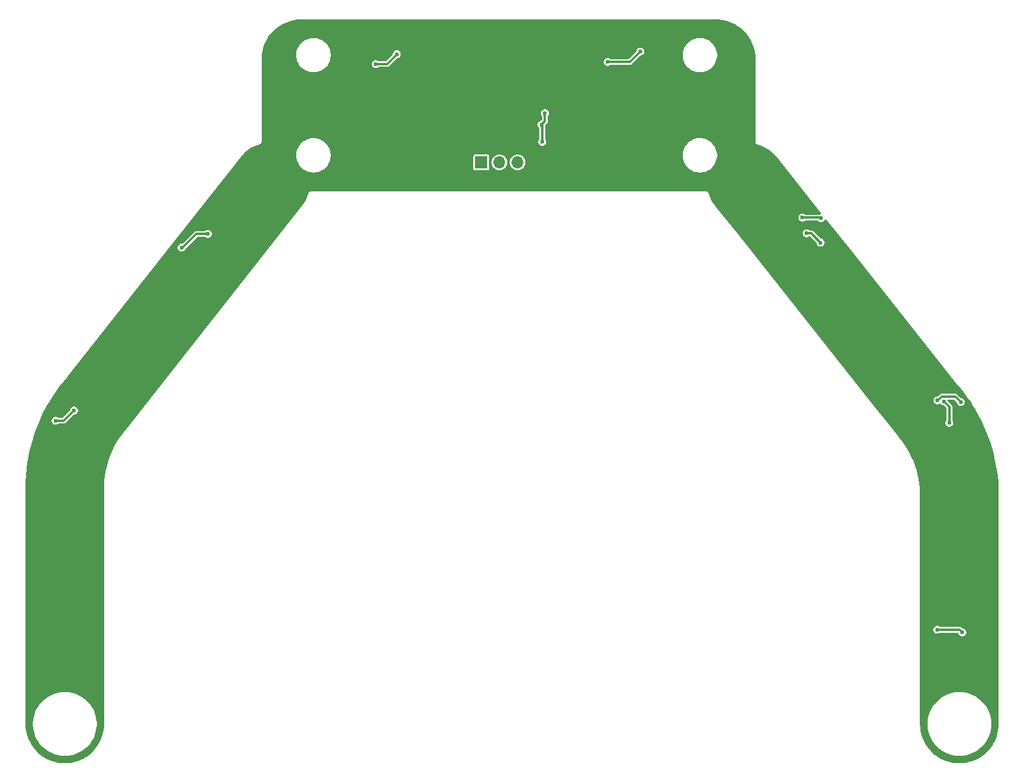
<source format=gbr>
%TF.GenerationSoftware,KiCad,Pcbnew,9.0.1*%
%TF.CreationDate,2025-05-06T09:48:18+02:00*%
%TF.ProjectId,lijnsensor V2,6c696a6e-7365-46e7-936f-722056322e6b,rev?*%
%TF.SameCoordinates,Original*%
%TF.FileFunction,Copper,L2,Bot*%
%TF.FilePolarity,Positive*%
%FSLAX46Y46*%
G04 Gerber Fmt 4.6, Leading zero omitted, Abs format (unit mm)*
G04 Created by KiCad (PCBNEW 9.0.1) date 2025-05-06 09:48:18*
%MOMM*%
%LPD*%
G01*
G04 APERTURE LIST*
%TA.AperFunction,ComponentPad*%
%ADD10R,1.700000X1.700000*%
%TD*%
%TA.AperFunction,ComponentPad*%
%ADD11O,1.700000X1.700000*%
%TD*%
%TA.AperFunction,ViaPad*%
%ADD12C,0.600000*%
%TD*%
%TA.AperFunction,ViaPad*%
%ADD13C,0.500000*%
%TD*%
%TA.AperFunction,Conductor*%
%ADD14C,0.300000*%
%TD*%
G04 APERTURE END LIST*
D10*
%TO.P,J1,1,Pin_1*%
%TO.N,+3.3V*%
X114200000Y-71500000D03*
D11*
%TO.P,J1,2,Pin_2*%
%TO.N,Net-(J1-Pin_2)*%
X116740000Y-71500000D03*
%TO.P,J1,3,Pin_3*%
%TO.N,Net-(J1-Pin_3)*%
X119280000Y-71500000D03*
%TO.P,J1,4,Pin_4*%
%TO.N,GND*%
X121820000Y-71500000D03*
%TD*%
D12*
%TO.N,Net-(U2-SC4)*%
X99437500Y-57737500D03*
X102387674Y-56365221D03*
%TO.N,Net-(U10-SCL)*%
X57288000Y-106174980D03*
X54725000Y-107600000D03*
%TO.N,GND*%
X70500000Y-87500000D03*
X181600000Y-110000000D03*
X158000000Y-87500000D03*
X173000000Y-110000000D03*
X88000000Y-52500000D03*
X115500000Y-52500000D03*
X145500000Y-62500000D03*
X121700000Y-68000000D03*
X110500000Y-62500000D03*
X68000000Y-100000000D03*
X60500000Y-100000000D03*
X113000000Y-70000000D03*
X122000000Y-62300000D03*
X138000000Y-57500000D03*
X163000000Y-84900000D03*
X123000000Y-55000000D03*
X55500000Y-115000000D03*
X130500000Y-67500000D03*
X102500000Y-58800000D03*
X175500000Y-107500000D03*
X130500000Y-75000000D03*
X145500000Y-75000000D03*
X55500000Y-145000000D03*
X180500000Y-120000000D03*
X128000000Y-75000000D03*
X183000000Y-135000000D03*
X60500000Y-135000000D03*
X105500000Y-57500000D03*
X118000000Y-69900000D03*
X57300000Y-109800000D03*
X105500000Y-67500000D03*
X98000000Y-62500000D03*
X182200000Y-109900000D03*
X137500000Y-58800000D03*
X88000000Y-60000000D03*
X113000000Y-62500000D03*
X133000000Y-65000000D03*
X65500000Y-95000000D03*
X140500000Y-52500000D03*
X185500000Y-145000000D03*
X88000000Y-72500000D03*
X60500000Y-110000000D03*
D13*
X83620000Y-69060000D03*
D12*
X138000000Y-70000000D03*
X55500000Y-132500000D03*
X75500000Y-82500000D03*
X135500000Y-67500000D03*
X93000000Y-75000000D03*
X85500000Y-60000000D03*
X75500000Y-83800000D03*
X56000000Y-141900000D03*
X103000000Y-67500000D03*
X115500000Y-70000000D03*
X120800000Y-55000000D03*
X118000000Y-75000000D03*
X105500000Y-75000000D03*
X140500000Y-62500000D03*
X60500000Y-140000000D03*
X170500000Y-100000000D03*
X185500000Y-132500000D03*
X118500000Y-70200000D03*
X105500000Y-65000000D03*
X180500000Y-135000000D03*
X133000000Y-67500000D03*
X125500000Y-75000000D03*
X98000000Y-72500000D03*
X105500000Y-70000000D03*
X130500000Y-52500000D03*
X164500000Y-84500000D03*
X180500000Y-130000000D03*
X63000000Y-95000000D03*
X185500000Y-112500000D03*
X60500000Y-117500000D03*
X185500000Y-122500000D03*
X93000000Y-55000000D03*
X138000000Y-72500000D03*
X70500000Y-90000000D03*
X123000000Y-75000000D03*
X185500000Y-147500000D03*
X168000000Y-90000000D03*
X182500000Y-109400000D03*
X125500000Y-52500000D03*
X65500000Y-105000000D03*
X163000000Y-92500000D03*
X125900000Y-67600000D03*
X138000000Y-55000000D03*
X108000000Y-55000000D03*
X110500000Y-70000000D03*
X83000000Y-75000000D03*
X120500000Y-72500000D03*
X183000000Y-110000000D03*
X118000000Y-70500000D03*
X136600000Y-60000000D03*
X100500000Y-62500000D03*
X168000000Y-102500000D03*
X168000000Y-97500000D03*
X105500000Y-52500000D03*
X57500000Y-109200000D03*
X133000000Y-52500000D03*
X175500000Y-97500000D03*
X100500000Y-72500000D03*
X170500000Y-102500000D03*
X158000000Y-82500000D03*
X95500000Y-67500000D03*
X98000000Y-70000000D03*
X170500000Y-92500000D03*
X128000000Y-65000000D03*
X140500000Y-72500000D03*
X128000000Y-62500000D03*
X63000000Y-97500000D03*
X183000000Y-107500000D03*
X125500000Y-62500000D03*
X68000000Y-90000000D03*
X108000000Y-65000000D03*
X95500000Y-72500000D03*
X80500000Y-77500000D03*
X145500000Y-60000000D03*
X110500000Y-55000000D03*
X182500000Y-108800000D03*
X108000000Y-70000000D03*
X103000000Y-52500000D03*
X78000000Y-82500000D03*
X123000000Y-70000000D03*
X80500000Y-80000000D03*
X137200000Y-59900000D03*
X63000000Y-105000000D03*
X173000000Y-102500000D03*
X126900000Y-69100000D03*
X163000000Y-95000000D03*
X55500000Y-155000000D03*
X83000000Y-77500000D03*
X80500000Y-87500000D03*
X120200000Y-55000000D03*
X103000000Y-75000000D03*
X110500000Y-67500000D03*
X55500000Y-127500000D03*
X185500000Y-142500000D03*
X98000000Y-60000000D03*
X183000000Y-140000000D03*
X128000000Y-67500000D03*
X114000000Y-60900000D03*
X143000000Y-75000000D03*
X95500000Y-62500000D03*
X55500000Y-125000000D03*
X133000000Y-70000000D03*
X178000000Y-142500000D03*
X85500000Y-65000000D03*
X185500000Y-130000000D03*
X160500000Y-92500000D03*
X185500000Y-120000000D03*
X137500000Y-59400000D03*
X60500000Y-152500000D03*
X130500000Y-70000000D03*
X150500000Y-62500000D03*
X121400000Y-55000000D03*
X103000000Y-60000000D03*
X185500000Y-140000000D03*
X185500000Y-127500000D03*
X153000000Y-82500000D03*
X180500000Y-115000000D03*
X55500000Y-117500000D03*
X135500000Y-75000000D03*
X165500000Y-85000000D03*
X175500000Y-115000000D03*
X120500000Y-70000000D03*
X56100000Y-109900000D03*
X173000000Y-95000000D03*
X143000000Y-62500000D03*
X60500000Y-147500000D03*
X165500000Y-97500000D03*
X182400000Y-141300000D03*
X153000000Y-75000000D03*
X180500000Y-110000000D03*
X57500000Y-141300000D03*
X164500000Y-83900000D03*
X135500000Y-70000000D03*
X95500000Y-60000000D03*
X118000000Y-52500000D03*
X178000000Y-145000000D03*
X140500000Y-55000000D03*
X180500000Y-145000000D03*
X125500000Y-55000000D03*
X160500000Y-90000000D03*
X178000000Y-100000000D03*
X125500000Y-72500000D03*
X125500000Y-65000000D03*
X138000000Y-60000000D03*
X78000000Y-80000000D03*
X74600000Y-85000000D03*
X181600000Y-142000000D03*
X65500000Y-92500000D03*
X70500000Y-97500000D03*
X103000000Y-70000000D03*
X133000000Y-75000000D03*
X60500000Y-127500000D03*
X113000000Y-67500000D03*
X155500000Y-80000000D03*
X74000000Y-84900000D03*
X148000000Y-70000000D03*
X53000000Y-145000000D03*
X60500000Y-137500000D03*
X158000000Y-90000000D03*
X148000000Y-72500000D03*
X150500000Y-80000000D03*
X70500000Y-100000000D03*
X68000000Y-102500000D03*
X60500000Y-115000000D03*
X128000000Y-70000000D03*
X185500000Y-117500000D03*
X180500000Y-142500000D03*
X122000000Y-55000000D03*
D13*
X76540000Y-76300000D03*
D12*
X95500000Y-75000000D03*
X158000000Y-80000000D03*
X123900000Y-64100000D03*
X165500000Y-95000000D03*
X95500000Y-52500000D03*
X148000000Y-52500000D03*
X110500000Y-72500000D03*
X108000000Y-62500000D03*
X180500000Y-127500000D03*
X130500000Y-55000000D03*
X140500000Y-60000000D03*
X119600000Y-55600000D03*
X110500000Y-52500000D03*
X60500000Y-112500000D03*
X155500000Y-87500000D03*
X183000000Y-112500000D03*
X138000000Y-62500000D03*
X183000000Y-127500000D03*
X90500000Y-60000000D03*
X179800000Y-140400000D03*
X148000000Y-62500000D03*
X102200000Y-60000000D03*
X60500000Y-120000000D03*
X155500000Y-77500000D03*
X101600000Y-60000000D03*
X183000000Y-142500000D03*
X180500000Y-122500000D03*
X113000000Y-75000000D03*
X78000000Y-90000000D03*
X68000000Y-92500000D03*
X168000000Y-100000000D03*
X181000000Y-141900000D03*
X165500000Y-87500000D03*
X88000000Y-75000000D03*
X123000000Y-52500000D03*
X117500000Y-69600000D03*
X118000000Y-69300000D03*
X123000000Y-72500000D03*
X140500000Y-75000000D03*
X98000000Y-55000000D03*
X135500000Y-52500000D03*
X173000000Y-105000000D03*
X116200000Y-60900000D03*
X148000000Y-77500000D03*
X180500000Y-112500000D03*
X60500000Y-130000000D03*
X128000000Y-52500000D03*
X175500000Y-112500000D03*
X65500000Y-102500000D03*
X57200000Y-141900000D03*
X119600000Y-56200000D03*
X115500000Y-55000000D03*
X113000000Y-55000000D03*
X108000000Y-67500000D03*
X103000000Y-55000000D03*
X185500000Y-115000000D03*
X143000000Y-52500000D03*
X118500000Y-69600000D03*
X55500000Y-130000000D03*
X140500000Y-70000000D03*
X110500000Y-75000000D03*
X138000000Y-75000000D03*
X85500000Y-75000000D03*
X175500000Y-110000000D03*
X88000000Y-55000000D03*
X113000000Y-52500000D03*
X138000000Y-52500000D03*
X56600000Y-142000000D03*
X85500000Y-55000000D03*
X60500000Y-107500000D03*
X73000000Y-87500000D03*
X183000000Y-145000000D03*
X98000000Y-52500000D03*
X182200000Y-141900000D03*
X53000000Y-137500000D03*
X55500000Y-135000000D03*
X128000000Y-55000000D03*
X98000000Y-75000000D03*
X58000000Y-145000000D03*
X183000000Y-125000000D03*
X118000000Y-72500000D03*
X93000000Y-62500000D03*
X58000000Y-102500000D03*
X164200000Y-85000000D03*
X185500000Y-135000000D03*
X90500000Y-52500000D03*
X108000000Y-75000000D03*
X95500000Y-55000000D03*
X105500000Y-72500000D03*
X150500000Y-55000000D03*
X73000000Y-85000000D03*
X128000000Y-72500000D03*
X93000000Y-67500000D03*
X120500000Y-52500000D03*
X163600000Y-85000000D03*
X60500000Y-132500000D03*
X148000000Y-75000000D03*
X75500000Y-84400000D03*
X100500000Y-52500000D03*
X153000000Y-77500000D03*
X88000000Y-62500000D03*
X60500000Y-125000000D03*
X57500000Y-140700000D03*
X148000000Y-60000000D03*
X55500000Y-112500000D03*
X183000000Y-117500000D03*
X150500000Y-60000000D03*
X185500000Y-137500000D03*
X103000000Y-72500000D03*
X55500000Y-120000000D03*
X85500000Y-62500000D03*
X55500000Y-122500000D03*
X173000000Y-107500000D03*
X117500000Y-70200000D03*
X60500000Y-122500000D03*
X180500000Y-125000000D03*
X143000000Y-60000000D03*
X135500000Y-72500000D03*
X100500000Y-60000000D03*
X130500000Y-72500000D03*
X119600000Y-62200000D03*
X180500000Y-117500000D03*
X75200000Y-84900000D03*
X183000000Y-132500000D03*
X183000000Y-122500000D03*
X185500000Y-125000000D03*
X123800000Y-67700000D03*
X182500000Y-140700000D03*
X120500000Y-75000000D03*
X140500000Y-57500000D03*
X183000000Y-130000000D03*
X73000000Y-95000000D03*
X55500000Y-110000000D03*
X113000000Y-65000000D03*
X155500000Y-85000000D03*
X57500000Y-108600000D03*
X85500000Y-77500000D03*
X170500000Y-105000000D03*
X115500000Y-75000000D03*
X75500000Y-92500000D03*
X175500000Y-105000000D03*
X100500000Y-75000000D03*
X108000000Y-52500000D03*
X110500000Y-65000000D03*
X60500000Y-145000000D03*
X102400000Y-59400000D03*
X133000000Y-55000000D03*
X133000000Y-72500000D03*
X130500000Y-65000000D03*
X108000000Y-72500000D03*
X103000000Y-57500000D03*
X56700000Y-110000000D03*
X73000000Y-97500000D03*
X125500000Y-70000000D03*
X60500000Y-142500000D03*
X145500000Y-52500000D03*
X100500000Y-70000000D03*
X93000000Y-52500000D03*
X183000000Y-120000000D03*
X127800000Y-68200000D03*
X180500000Y-132500000D03*
X122000000Y-55600000D03*
X183000000Y-137500000D03*
X85500000Y-57500000D03*
X63000000Y-107500000D03*
X119600000Y-55000000D03*
X130500000Y-62500000D03*
X183000000Y-115000000D03*
X148000000Y-57500000D03*
X105500000Y-55000000D03*
X165500000Y-100000000D03*
X63000000Y-110000000D03*
X136000000Y-59800000D03*
X53000000Y-142500000D03*
X150500000Y-65000000D03*
%TO.N,Net-(U2-SC1)*%
X179600000Y-107900000D03*
X178821814Y-104878186D03*
%TO.N,Net-(U2-SC2)*%
X161600000Y-82700000D03*
X159660000Y-81400000D03*
%TO.N,+3.3V*%
X123100000Y-64599000D03*
X122700000Y-68600000D03*
X122600000Y-66200000D03*
%TO.N,Net-(U2-SC5)*%
X72327387Y-83407387D03*
X76000000Y-81500000D03*
%TO.N,Net-(U2-SD1)*%
X181200000Y-105000000D03*
X177930771Y-104750011D03*
%TO.N,Net-(U2-SD0)*%
X181400000Y-137200000D03*
X177915380Y-136834620D03*
%TO.N,Net-(U2-SD2)*%
X159050000Y-79214430D03*
X161675000Y-79290589D03*
%TO.N,Net-(U2-SD3)*%
X131859380Y-57440620D03*
X136400000Y-56000000D03*
%TD*%
D14*
%TO.N,Net-(U2-SC4)*%
X99437500Y-57737500D02*
X101015395Y-57737500D01*
X101015395Y-57737500D02*
X102387674Y-56365221D01*
%TO.N,Net-(U10-SCL)*%
X55862980Y-107600000D02*
X57288000Y-106174980D01*
X54725000Y-107600000D02*
X55862980Y-107600000D01*
%TO.N,Net-(U2-SC1)*%
X178821814Y-104878186D02*
X179600000Y-105656372D01*
X179600000Y-105656372D02*
X179600000Y-107900000D01*
%TO.N,Net-(U2-SC2)*%
X160356346Y-81456346D02*
X161600000Y-82700000D01*
X160300000Y-81400000D02*
X161600000Y-82700000D01*
X159660000Y-81400000D02*
X160300000Y-81400000D01*
%TO.N,+3.3V*%
X123100000Y-65700000D02*
X122600000Y-66200000D01*
X123100000Y-64599000D02*
X123100000Y-65700000D01*
X122700000Y-66300000D02*
X122600000Y-66200000D01*
X122700000Y-68600000D02*
X122700000Y-66300000D01*
%TO.N,Net-(U2-SC5)*%
X74371173Y-81500000D02*
X76000000Y-81500000D01*
X72417417Y-83317357D02*
X72553816Y-83317357D01*
X72327387Y-83407387D02*
X72417417Y-83317357D01*
X72553816Y-83317357D02*
X74371173Y-81500000D01*
%TO.N,Net-(U2-SD1)*%
X178000000Y-104779346D02*
X178552160Y-104227186D01*
X177960106Y-104779346D02*
X178000000Y-104779346D01*
X178552160Y-104227186D02*
X180427186Y-104227186D01*
X180427186Y-104227186D02*
X181200000Y-105000000D01*
X177930771Y-104750011D02*
X177960106Y-104779346D01*
%TO.N,Net-(U2-SD0)*%
X177915380Y-136834620D02*
X181034620Y-136834620D01*
X181034620Y-136834620D02*
X181400000Y-137200000D01*
%TO.N,Net-(U2-SD2)*%
X159050000Y-79214430D02*
X159054810Y-79209620D01*
X161594031Y-79209620D02*
X161675000Y-79290589D01*
X159054810Y-79209620D02*
X161594031Y-79209620D01*
%TO.N,Net-(U2-SD3)*%
X131859380Y-57440620D02*
X134959380Y-57440620D01*
X134959380Y-57440620D02*
X136400000Y-56000000D01*
%TD*%
%TA.AperFunction,Conductor*%
%TO.N,GND*%
G36*
X147002562Y-51500605D02*
G01*
X147449036Y-51519072D01*
X147459209Y-51519915D01*
X147900114Y-51574873D01*
X147910194Y-51576555D01*
X148345042Y-51667733D01*
X148354950Y-51670242D01*
X148780786Y-51797019D01*
X148790454Y-51800338D01*
X149131430Y-51933388D01*
X149204339Y-51961838D01*
X149213724Y-51965954D01*
X149612869Y-52161083D01*
X149621877Y-52165958D01*
X150003544Y-52393383D01*
X150012123Y-52398989D01*
X150373693Y-52657144D01*
X150381775Y-52663435D01*
X150720796Y-52950571D01*
X150728336Y-52957512D01*
X151042487Y-53271663D01*
X151049428Y-53279203D01*
X151336564Y-53618224D01*
X151342859Y-53626312D01*
X151601010Y-53987876D01*
X151606616Y-53996455D01*
X151834041Y-54378122D01*
X151838919Y-54387136D01*
X152034045Y-54786275D01*
X152038161Y-54795660D01*
X152199656Y-55209533D01*
X152202984Y-55219226D01*
X152329753Y-55645036D01*
X152332269Y-55654971D01*
X152423441Y-56089791D01*
X152425128Y-56099900D01*
X152480082Y-56540769D01*
X152480928Y-56550983D01*
X152499394Y-56997437D01*
X152499500Y-57002561D01*
X152499500Y-68511327D01*
X152497519Y-68568532D01*
X152499500Y-68577101D01*
X152499500Y-68585895D01*
X152513755Y-68639097D01*
X152514793Y-68643258D01*
X152527199Y-68696924D01*
X152530050Y-68704540D01*
X152529613Y-68704703D01*
X152530069Y-68705860D01*
X152530500Y-68705682D01*
X152533609Y-68713189D01*
X152561152Y-68760895D01*
X152562235Y-68762771D01*
X152589105Y-68813270D01*
X152595097Y-68819692D01*
X152599494Y-68827307D01*
X152599501Y-68827315D01*
X152638448Y-68866262D01*
X152641430Y-68869349D01*
X152679010Y-68909625D01*
X152686468Y-68914282D01*
X152692686Y-68920500D01*
X152742251Y-68949116D01*
X152744051Y-68950240D01*
X152744052Y-68950241D01*
X152759171Y-68959682D01*
X152790790Y-68979427D01*
X152790793Y-68979428D01*
X152790904Y-68979479D01*
X152799363Y-68982090D01*
X152806814Y-68986392D01*
X152855967Y-68999561D01*
X152858184Y-69000246D01*
X152858402Y-69000390D01*
X152861943Y-69001472D01*
X153212733Y-69122168D01*
X153220814Y-69125268D01*
X153566238Y-69271846D01*
X153574081Y-69275502D01*
X153908436Y-69445867D01*
X153915991Y-69450055D01*
X154132064Y-69579921D01*
X154237623Y-69643365D01*
X154244878Y-69648078D01*
X154552231Y-69863400D01*
X154559093Y-69868575D01*
X154850658Y-70104854D01*
X154857188Y-70110536D01*
X155131491Y-70366573D01*
X155137605Y-70372693D01*
X155310914Y-70558768D01*
X155388734Y-70642320D01*
X155395146Y-70649777D01*
X161657994Y-78545827D01*
X161669312Y-78573763D01*
X161682842Y-78600699D01*
X161682299Y-78605814D01*
X161684231Y-78610583D01*
X161678649Y-78640204D01*
X161675469Y-78670178D01*
X161672246Y-78674188D01*
X161671294Y-78679244D01*
X161650585Y-78701144D01*
X161631703Y-78724642D01*
X161625749Y-78727408D01*
X161623289Y-78730011D01*
X161600164Y-78740484D01*
X161596585Y-78741680D01*
X161462515Y-78777605D01*
X161425876Y-78798758D01*
X161414025Y-78802721D01*
X161396104Y-78803385D01*
X161374704Y-78809120D01*
X159474576Y-78809120D01*
X159407537Y-78789435D01*
X159393683Y-78778271D01*
X159388011Y-78773918D01*
X159262488Y-78701447D01*
X159262489Y-78701447D01*
X159251006Y-78698370D01*
X159122475Y-78663930D01*
X158977525Y-78663930D01*
X158848993Y-78698370D01*
X158837511Y-78701447D01*
X158711988Y-78773918D01*
X158711982Y-78773923D01*
X158609493Y-78876412D01*
X158609488Y-78876418D01*
X158537017Y-79001941D01*
X158537016Y-79001945D01*
X158499500Y-79141955D01*
X158499500Y-79286905D01*
X158519907Y-79363064D01*
X158537017Y-79426918D01*
X158609488Y-79552441D01*
X158609490Y-79552443D01*
X158609491Y-79552445D01*
X158711985Y-79654939D01*
X158711986Y-79654940D01*
X158711988Y-79654941D01*
X158837511Y-79727412D01*
X158837512Y-79727412D01*
X158837515Y-79727414D01*
X158977525Y-79764930D01*
X158977528Y-79764930D01*
X159122472Y-79764930D01*
X159122475Y-79764930D01*
X159262485Y-79727414D01*
X159388015Y-79654939D01*
X159396515Y-79646439D01*
X159457838Y-79612954D01*
X159484196Y-79610120D01*
X161164644Y-79610120D01*
X161231683Y-79629805D01*
X161252325Y-79646438D01*
X161336985Y-79731098D01*
X161336987Y-79731099D01*
X161336988Y-79731100D01*
X161462511Y-79803571D01*
X161462512Y-79803571D01*
X161462515Y-79803573D01*
X161602525Y-79841089D01*
X161602528Y-79841089D01*
X161747472Y-79841089D01*
X161747475Y-79841089D01*
X161887485Y-79803573D01*
X162013015Y-79731098D01*
X162115509Y-79628604D01*
X162141653Y-79583320D01*
X162192048Y-79496036D01*
X162194464Y-79497430D01*
X162229752Y-79453608D01*
X162296038Y-79431519D01*
X162363744Y-79448773D01*
X162397661Y-79478382D01*
X165950635Y-83957887D01*
X180568392Y-102387610D01*
X180574338Y-102399569D01*
X180609227Y-102439095D01*
X180611257Y-102441655D01*
X180611261Y-102441659D01*
X180641994Y-102480405D01*
X180641998Y-102480408D01*
X180647830Y-102486056D01*
X180647506Y-102486389D01*
X180658360Y-102496555D01*
X181195388Y-103128813D01*
X181198371Y-103132463D01*
X181567731Y-103602458D01*
X181748113Y-103831987D01*
X181750957Y-103835752D01*
X182273644Y-104555634D01*
X182276344Y-104559505D01*
X182372501Y-104703134D01*
X182713638Y-105212688D01*
X182771281Y-105298788D01*
X182773828Y-105302754D01*
X182858646Y-105440511D01*
X183240257Y-106060305D01*
X183242655Y-106064370D01*
X183679939Y-106839155D01*
X183682180Y-106843309D01*
X184089652Y-107634147D01*
X184091733Y-107638382D01*
X184468818Y-108444153D01*
X184470737Y-108448465D01*
X184816891Y-109268011D01*
X184818644Y-109272392D01*
X185133365Y-110104525D01*
X185134950Y-110108971D01*
X185417769Y-110952448D01*
X185419183Y-110956948D01*
X185446067Y-111048553D01*
X185669705Y-111810590D01*
X185670948Y-111815143D01*
X185888810Y-112677717D01*
X185889878Y-112682313D01*
X186074755Y-113552529D01*
X186075648Y-113557164D01*
X186227282Y-114433812D01*
X186227997Y-114438476D01*
X186346158Y-115320219D01*
X186346696Y-115324908D01*
X186431221Y-116210533D01*
X186431580Y-116215238D01*
X186482344Y-117103427D01*
X186482524Y-117108143D01*
X186487330Y-117360636D01*
X186499478Y-117998932D01*
X186499500Y-118001219D01*
X186499500Y-149997438D01*
X186499394Y-150002562D01*
X186480928Y-150449016D01*
X186480082Y-150459230D01*
X186425128Y-150900099D01*
X186423441Y-150910208D01*
X186332269Y-151345028D01*
X186329753Y-151354963D01*
X186202984Y-151780773D01*
X186199656Y-151790466D01*
X186038161Y-152204339D01*
X186034045Y-152213724D01*
X185838919Y-152612863D01*
X185834041Y-152621877D01*
X185606616Y-153003544D01*
X185601010Y-153012123D01*
X185342859Y-153373687D01*
X185336564Y-153381775D01*
X185049428Y-153720796D01*
X185042487Y-153728336D01*
X184728336Y-154042487D01*
X184720796Y-154049428D01*
X184381775Y-154336564D01*
X184373687Y-154342859D01*
X184012123Y-154601010D01*
X184003544Y-154606616D01*
X183621877Y-154834041D01*
X183612863Y-154838919D01*
X183213724Y-155034045D01*
X183204339Y-155038161D01*
X182790466Y-155199656D01*
X182780773Y-155202984D01*
X182354963Y-155329753D01*
X182345028Y-155332269D01*
X181910208Y-155423441D01*
X181900099Y-155425128D01*
X181459230Y-155480082D01*
X181449016Y-155480928D01*
X181005124Y-155499288D01*
X180994876Y-155499288D01*
X180550983Y-155480928D01*
X180540769Y-155480082D01*
X180099900Y-155425128D01*
X180089791Y-155423441D01*
X179654971Y-155332269D01*
X179645036Y-155329753D01*
X179219226Y-155202984D01*
X179209533Y-155199656D01*
X178795660Y-155038161D01*
X178786275Y-155034045D01*
X178387136Y-154838919D01*
X178378122Y-154834041D01*
X177996455Y-154606616D01*
X177987876Y-154601010D01*
X177626312Y-154342859D01*
X177618224Y-154336564D01*
X177279203Y-154049428D01*
X177271663Y-154042487D01*
X176957512Y-153728336D01*
X176950571Y-153720796D01*
X176663435Y-153381775D01*
X176657140Y-153373687D01*
X176593375Y-153284379D01*
X176398989Y-153012123D01*
X176393383Y-153003544D01*
X176351561Y-152933359D01*
X176165955Y-152621872D01*
X176161080Y-152612863D01*
X175965954Y-152213724D01*
X175961838Y-152204339D01*
X175904327Y-152056952D01*
X175800338Y-151790454D01*
X175797019Y-151780786D01*
X175670242Y-151354950D01*
X175667733Y-151345042D01*
X175576555Y-150910194D01*
X175574873Y-150900114D01*
X175519915Y-150459209D01*
X175519072Y-150449036D01*
X175500606Y-150002562D01*
X175500500Y-149997438D01*
X175500500Y-149805683D01*
X176549500Y-149805683D01*
X176549500Y-150194316D01*
X176583371Y-150581462D01*
X176583371Y-150581466D01*
X176650853Y-150964172D01*
X176650857Y-150964189D01*
X176751435Y-151339555D01*
X176884362Y-151704768D01*
X177048587Y-152056952D01*
X177048600Y-152056976D01*
X177242905Y-152393521D01*
X177242914Y-152393536D01*
X177465821Y-152711880D01*
X177656358Y-152938952D01*
X177715621Y-153009579D01*
X177990421Y-153284379D01*
X178096361Y-153373273D01*
X178288119Y-153534178D01*
X178288125Y-153534182D01*
X178288126Y-153534183D01*
X178606470Y-153757090D01*
X178921894Y-153939200D01*
X178943023Y-153951399D01*
X178943047Y-153951412D01*
X179295231Y-154115637D01*
X179295236Y-154115638D01*
X179295245Y-154115643D01*
X179660434Y-154248561D01*
X179660440Y-154248562D01*
X179660444Y-154248564D01*
X179762666Y-154275954D01*
X180035818Y-154349145D01*
X180418540Y-154416629D01*
X180805685Y-154450499D01*
X180805686Y-154450500D01*
X180805687Y-154450500D01*
X181194314Y-154450500D01*
X181194314Y-154450499D01*
X181581460Y-154416629D01*
X181964182Y-154349145D01*
X182339566Y-154248561D01*
X182704755Y-154115643D01*
X182704768Y-154115637D01*
X183056952Y-153951412D01*
X183056960Y-153951407D01*
X183056970Y-153951403D01*
X183393530Y-153757090D01*
X183711874Y-153534183D01*
X184009579Y-153284379D01*
X184284379Y-153009579D01*
X184534183Y-152711874D01*
X184757090Y-152393530D01*
X184951403Y-152056970D01*
X184951407Y-152056960D01*
X184951412Y-152056952D01*
X185115637Y-151704768D01*
X185115637Y-151704767D01*
X185115643Y-151704755D01*
X185248561Y-151339566D01*
X185349145Y-150964182D01*
X185416629Y-150581460D01*
X185450500Y-150194313D01*
X185450500Y-149805687D01*
X185416629Y-149418540D01*
X185349145Y-149035818D01*
X185248561Y-148660434D01*
X185115643Y-148295245D01*
X185115638Y-148295236D01*
X185115637Y-148295231D01*
X184951412Y-147943047D01*
X184951399Y-147943023D01*
X184939200Y-147921894D01*
X184757090Y-147606470D01*
X184534183Y-147288126D01*
X184534182Y-147288125D01*
X184534178Y-147288119D01*
X184284376Y-146990418D01*
X184009581Y-146715623D01*
X183711880Y-146465821D01*
X183393536Y-146242914D01*
X183393533Y-146242912D01*
X183393530Y-146242910D01*
X183293538Y-146185179D01*
X183056976Y-146048600D01*
X183056952Y-146048587D01*
X182704768Y-145884362D01*
X182704757Y-145884358D01*
X182704755Y-145884357D01*
X182339566Y-145751439D01*
X182339565Y-145751438D01*
X182339555Y-145751435D01*
X181964189Y-145650857D01*
X181964192Y-145650857D01*
X181964182Y-145650855D01*
X181964176Y-145650853D01*
X181964172Y-145650853D01*
X181581464Y-145583371D01*
X181194316Y-145549500D01*
X181194313Y-145549500D01*
X180805687Y-145549500D01*
X180805683Y-145549500D01*
X180418537Y-145583371D01*
X180418533Y-145583371D01*
X180035827Y-145650853D01*
X180035810Y-145650857D01*
X179660444Y-145751435D01*
X179295231Y-145884362D01*
X178943047Y-146048587D01*
X178943023Y-146048600D01*
X178606478Y-146242905D01*
X178606463Y-146242914D01*
X178288119Y-146465821D01*
X177990418Y-146715623D01*
X177715623Y-146990418D01*
X177465821Y-147288119D01*
X177242914Y-147606463D01*
X177242905Y-147606478D01*
X177048600Y-147943023D01*
X177048587Y-147943047D01*
X176884362Y-148295231D01*
X176751435Y-148660444D01*
X176650857Y-149035810D01*
X176650853Y-149035827D01*
X176583371Y-149418533D01*
X176583371Y-149418537D01*
X176549500Y-149805683D01*
X175500500Y-149805683D01*
X175500500Y-136762145D01*
X177364880Y-136762145D01*
X177364880Y-136907095D01*
X177386428Y-136987511D01*
X177402397Y-137047108D01*
X177474868Y-137172631D01*
X177474870Y-137172633D01*
X177474871Y-137172635D01*
X177577365Y-137275129D01*
X177577366Y-137275130D01*
X177577368Y-137275131D01*
X177702891Y-137347602D01*
X177702892Y-137347602D01*
X177702895Y-137347604D01*
X177842905Y-137385120D01*
X177842908Y-137385120D01*
X177987852Y-137385120D01*
X177987855Y-137385120D01*
X178127865Y-137347604D01*
X178253395Y-137275129D01*
X178257085Y-137271439D01*
X178318408Y-137237954D01*
X178344766Y-137235120D01*
X180744343Y-137235120D01*
X180811382Y-137254805D01*
X180857137Y-137307609D01*
X180864115Y-137327019D01*
X180887016Y-137412485D01*
X180887017Y-137412487D01*
X180887017Y-137412488D01*
X180959488Y-137538011D01*
X180959490Y-137538013D01*
X180959491Y-137538015D01*
X181061985Y-137640509D01*
X181061986Y-137640510D01*
X181061988Y-137640511D01*
X181187511Y-137712982D01*
X181187512Y-137712982D01*
X181187515Y-137712984D01*
X181327525Y-137750500D01*
X181327528Y-137750500D01*
X181472472Y-137750500D01*
X181472475Y-137750500D01*
X181612485Y-137712984D01*
X181738015Y-137640509D01*
X181840509Y-137538015D01*
X181912984Y-137412485D01*
X181950500Y-137272475D01*
X181950500Y-137127525D01*
X181912984Y-136987515D01*
X181866553Y-136907095D01*
X181840511Y-136861988D01*
X181840506Y-136861982D01*
X181738017Y-136759493D01*
X181738011Y-136759488D01*
X181612488Y-136687017D01*
X181612489Y-136687017D01*
X181601006Y-136683940D01*
X181472475Y-136649500D01*
X181472472Y-136649500D01*
X181467255Y-136649500D01*
X181400216Y-136629815D01*
X181379574Y-136613181D01*
X181280535Y-136514142D01*
X181280533Y-136514140D01*
X181234870Y-136487776D01*
X181189209Y-136461413D01*
X181138277Y-136447766D01*
X181087347Y-136434120D01*
X181087346Y-136434120D01*
X178344766Y-136434120D01*
X178277727Y-136414435D01*
X178257085Y-136397801D01*
X178253397Y-136394113D01*
X178253391Y-136394108D01*
X178127868Y-136321637D01*
X178127869Y-136321637D01*
X178116386Y-136318560D01*
X177987855Y-136284120D01*
X177842905Y-136284120D01*
X177714373Y-136318560D01*
X177702891Y-136321637D01*
X177577368Y-136394108D01*
X177577362Y-136394113D01*
X177474873Y-136496602D01*
X177474868Y-136496608D01*
X177402397Y-136622131D01*
X177402396Y-136622135D01*
X177364880Y-136762145D01*
X175500500Y-136762145D01*
X175500500Y-117926248D01*
X175500493Y-117926144D01*
X175500475Y-117677088D01*
X175500475Y-117677075D01*
X175467128Y-117032086D01*
X175400525Y-116389679D01*
X175300841Y-115751568D01*
X175168344Y-115119454D01*
X175003387Y-114495025D01*
X174806409Y-113879946D01*
X174577937Y-113275857D01*
X174501492Y-113101519D01*
X174318586Y-112684386D01*
X174318571Y-112684355D01*
X174029027Y-112107061D01*
X173788935Y-111684354D01*
X173710056Y-111545478D01*
X173362513Y-111001109D01*
X172987328Y-110475411D01*
X172585500Y-109969786D01*
X172382738Y-109740040D01*
X172378548Y-109735033D01*
X172128911Y-109420147D01*
X168369044Y-104677536D01*
X177380271Y-104677536D01*
X177380271Y-104822486D01*
X177408417Y-104927527D01*
X177417788Y-104962499D01*
X177490259Y-105088022D01*
X177490261Y-105088024D01*
X177490262Y-105088026D01*
X177592756Y-105190520D01*
X177592757Y-105190521D01*
X177592759Y-105190522D01*
X177718282Y-105262993D01*
X177718283Y-105262993D01*
X177718286Y-105262995D01*
X177858296Y-105300511D01*
X177858299Y-105300511D01*
X178003243Y-105300511D01*
X178003246Y-105300511D01*
X178143256Y-105262995D01*
X178241439Y-105206308D01*
X178309337Y-105189836D01*
X178375364Y-105212688D01*
X178391119Y-105226015D01*
X178483799Y-105318695D01*
X178483800Y-105318696D01*
X178483802Y-105318697D01*
X178609325Y-105391168D01*
X178609326Y-105391168D01*
X178609329Y-105391170D01*
X178749339Y-105428686D01*
X178754559Y-105428686D01*
X178821598Y-105448371D01*
X178842240Y-105465005D01*
X179163181Y-105785946D01*
X179196666Y-105847269D01*
X179199500Y-105873627D01*
X179199500Y-107470614D01*
X179179815Y-107537653D01*
X179163181Y-107558295D01*
X179159493Y-107561982D01*
X179159488Y-107561988D01*
X179087017Y-107687511D01*
X179087016Y-107687515D01*
X179049500Y-107827525D01*
X179049500Y-107972475D01*
X179087016Y-108112485D01*
X179087017Y-108112488D01*
X179159488Y-108238011D01*
X179159490Y-108238013D01*
X179159491Y-108238015D01*
X179261985Y-108340509D01*
X179261986Y-108340510D01*
X179261988Y-108340511D01*
X179387511Y-108412982D01*
X179387512Y-108412982D01*
X179387515Y-108412984D01*
X179527525Y-108450500D01*
X179527528Y-108450500D01*
X179672472Y-108450500D01*
X179672475Y-108450500D01*
X179812485Y-108412984D01*
X179938015Y-108340509D01*
X180040509Y-108238015D01*
X180112984Y-108112485D01*
X180150500Y-107972475D01*
X180150500Y-107827525D01*
X180112984Y-107687515D01*
X180070135Y-107613299D01*
X180040511Y-107561988D01*
X180040506Y-107561982D01*
X180036819Y-107558295D01*
X180003334Y-107496972D01*
X180000500Y-107470614D01*
X180000500Y-105603647D01*
X180000500Y-105603645D01*
X179973207Y-105501785D01*
X179973207Y-105501784D01*
X179920480Y-105410459D01*
X179408633Y-104898612D01*
X179375148Y-104837289D01*
X179374078Y-104831774D01*
X179372314Y-104821428D01*
X179372314Y-104805711D01*
X179364944Y-104778206D01*
X179363976Y-104772529D01*
X179367400Y-104743322D01*
X179368100Y-104713929D01*
X179371421Y-104709021D01*
X179372112Y-104703134D01*
X179390783Y-104680414D01*
X179407263Y-104656067D01*
X179412710Y-104653734D01*
X179416474Y-104649155D01*
X179444462Y-104640137D01*
X179471491Y-104628563D01*
X179482403Y-104627912D01*
X179482977Y-104627728D01*
X179483440Y-104627851D01*
X179486212Y-104627686D01*
X180209931Y-104627686D01*
X180276970Y-104647371D01*
X180297612Y-104664005D01*
X180613181Y-104979574D01*
X180646666Y-105040897D01*
X180649500Y-105067255D01*
X180649500Y-105072475D01*
X180681131Y-105190522D01*
X180687017Y-105212488D01*
X180759488Y-105338011D01*
X180759490Y-105338013D01*
X180759491Y-105338015D01*
X180861985Y-105440509D01*
X180861986Y-105440510D01*
X180861988Y-105440511D01*
X180987511Y-105512982D01*
X180987512Y-105512982D01*
X180987515Y-105512984D01*
X181127525Y-105550500D01*
X181127528Y-105550500D01*
X181272472Y-105550500D01*
X181272475Y-105550500D01*
X181412485Y-105512984D01*
X181538015Y-105440509D01*
X181640509Y-105338015D01*
X181712984Y-105212485D01*
X181750500Y-105072475D01*
X181750500Y-104927525D01*
X181712984Y-104787515D01*
X181667665Y-104709021D01*
X181640511Y-104661988D01*
X181640506Y-104661982D01*
X181538017Y-104559493D01*
X181538011Y-104559488D01*
X181412488Y-104487017D01*
X181412489Y-104487017D01*
X181401006Y-104483940D01*
X181272475Y-104449500D01*
X181272472Y-104449500D01*
X181267255Y-104449500D01*
X181200216Y-104429815D01*
X181179574Y-104413181D01*
X180673101Y-103906708D01*
X180673099Y-103906706D01*
X180627436Y-103880342D01*
X180581775Y-103853979D01*
X180513748Y-103835752D01*
X180479913Y-103826686D01*
X178604887Y-103826686D01*
X178499433Y-103826686D01*
X178397570Y-103853979D01*
X178306247Y-103906706D01*
X178306244Y-103906708D01*
X178049760Y-104163192D01*
X177988437Y-104196677D01*
X177962079Y-104199511D01*
X177858296Y-104199511D01*
X177729764Y-104233951D01*
X177718282Y-104237028D01*
X177592759Y-104309499D01*
X177592753Y-104309504D01*
X177490264Y-104411993D01*
X177490259Y-104411999D01*
X177417788Y-104537522D01*
X177417787Y-104537526D01*
X177380271Y-104677536D01*
X168369044Y-104677536D01*
X149857524Y-81327525D01*
X159109500Y-81327525D01*
X159109500Y-81472475D01*
X159147016Y-81612485D01*
X159147017Y-81612488D01*
X159219488Y-81738011D01*
X159219490Y-81738013D01*
X159219491Y-81738015D01*
X159321985Y-81840509D01*
X159321986Y-81840510D01*
X159321988Y-81840511D01*
X159447511Y-81912982D01*
X159447512Y-81912982D01*
X159447515Y-81912984D01*
X159587525Y-81950500D01*
X159587528Y-81950500D01*
X159732472Y-81950500D01*
X159732475Y-81950500D01*
X159872485Y-81912984D01*
X159998015Y-81840509D01*
X159998379Y-81840144D01*
X159998759Y-81839937D01*
X160004461Y-81835562D01*
X160005142Y-81836450D01*
X160059697Y-81806656D01*
X160129389Y-81811635D01*
X160173746Y-81840139D01*
X161013181Y-82679574D01*
X161046666Y-82740897D01*
X161049500Y-82767255D01*
X161049500Y-82772475D01*
X161074838Y-82867037D01*
X161087017Y-82912488D01*
X161159488Y-83038011D01*
X161159490Y-83038013D01*
X161159491Y-83038015D01*
X161261985Y-83140509D01*
X161261986Y-83140510D01*
X161261988Y-83140511D01*
X161387511Y-83212982D01*
X161387512Y-83212982D01*
X161387515Y-83212984D01*
X161527525Y-83250500D01*
X161527528Y-83250500D01*
X161672472Y-83250500D01*
X161672475Y-83250500D01*
X161812485Y-83212984D01*
X161938015Y-83140509D01*
X162040509Y-83038015D01*
X162112984Y-82912485D01*
X162150500Y-82772475D01*
X162150500Y-82627525D01*
X162112984Y-82487515D01*
X162040509Y-82361985D01*
X161938015Y-82259491D01*
X161938013Y-82259490D01*
X161938011Y-82259488D01*
X161812488Y-82187017D01*
X161812489Y-82187017D01*
X161801006Y-82183940D01*
X161672475Y-82149500D01*
X161672472Y-82149500D01*
X161667255Y-82149500D01*
X161600216Y-82129815D01*
X161579574Y-82113181D01*
X160545915Y-81079522D01*
X160545913Y-81079520D01*
X160500250Y-81053156D01*
X160454589Y-81026793D01*
X160403657Y-81013146D01*
X160352727Y-80999500D01*
X160352726Y-80999500D01*
X160089386Y-80999500D01*
X160022347Y-80979815D01*
X160001705Y-80963181D01*
X159998017Y-80959493D01*
X159998011Y-80959488D01*
X159872488Y-80887017D01*
X159872489Y-80887017D01*
X159861006Y-80883940D01*
X159732475Y-80849500D01*
X159587525Y-80849500D01*
X159458993Y-80883940D01*
X159447511Y-80887017D01*
X159321988Y-80959488D01*
X159321982Y-80959493D01*
X159219493Y-81061982D01*
X159219488Y-81061988D01*
X159147017Y-81187511D01*
X159147016Y-81187515D01*
X159109500Y-81327525D01*
X149857524Y-81327525D01*
X147211131Y-77989425D01*
X147204019Y-77975437D01*
X147170318Y-77937944D01*
X147139010Y-77898453D01*
X147139008Y-77898450D01*
X147133175Y-77892799D01*
X147133660Y-77892297D01*
X147123238Y-77882452D01*
X146906605Y-77623076D01*
X146901083Y-77615953D01*
X146673063Y-77298666D01*
X146668072Y-77291160D01*
X146463697Y-76958141D01*
X146459265Y-76950292D01*
X146279619Y-76603301D01*
X146275769Y-76595152D01*
X146121813Y-76236055D01*
X146118564Y-76227648D01*
X145992390Y-75862056D01*
X145991113Y-75858142D01*
X145990435Y-75855945D01*
X145977272Y-75806814D01*
X145973026Y-75799460D01*
X145970453Y-75791111D01*
X145970401Y-75790998D01*
X145970400Y-75790994D01*
X145967756Y-75786755D01*
X145941171Y-75744140D01*
X145941171Y-75744141D01*
X145940044Y-75742335D01*
X145911380Y-75692686D01*
X145905241Y-75686547D01*
X145900647Y-75679183D01*
X145858738Y-75640044D01*
X145818194Y-75599500D01*
X145810678Y-75595160D01*
X145804333Y-75589235D01*
X145804328Y-75589232D01*
X145755583Y-75563268D01*
X145755583Y-75563267D01*
X145753697Y-75562262D01*
X145704066Y-75533608D01*
X145695679Y-75531360D01*
X145688021Y-75527281D01*
X145688014Y-75527279D01*
X145634230Y-75514820D01*
X145630121Y-75513794D01*
X145576773Y-75499500D01*
X145568712Y-75498439D01*
X145568775Y-75497958D01*
X145567769Y-75497843D01*
X145567723Y-75498326D01*
X145559637Y-75497541D01*
X145559635Y-75497541D01*
X145513180Y-75499128D01*
X145504430Y-75499428D01*
X145500195Y-75499500D01*
X90508424Y-75499500D01*
X90450980Y-75497567D01*
X90442655Y-75499500D01*
X90434102Y-75499500D01*
X90380604Y-75513835D01*
X90380603Y-75513834D01*
X90378539Y-75514386D01*
X90322611Y-75527374D01*
X90315069Y-75531395D01*
X90311195Y-75532433D01*
X90306816Y-75533607D01*
X90306814Y-75533607D01*
X90258842Y-75561302D01*
X90258843Y-75561303D01*
X90257036Y-75562345D01*
X90206330Y-75589390D01*
X90200085Y-75595227D01*
X90194803Y-75598277D01*
X90192682Y-75599502D01*
X90153527Y-75638657D01*
X90150533Y-75641552D01*
X90110065Y-75679386D01*
X90110058Y-75679394D01*
X90105539Y-75686645D01*
X90099500Y-75692686D01*
X90070770Y-75742445D01*
X90069672Y-75744208D01*
X90069659Y-75744230D01*
X90040369Y-75791237D01*
X90040319Y-75791348D01*
X90037794Y-75799560D01*
X90033608Y-75806814D01*
X90020303Y-75856466D01*
X90019634Y-75858645D01*
X90019501Y-75858844D01*
X90018480Y-75862207D01*
X89905352Y-76194208D01*
X89902462Y-76201855D01*
X89766050Y-76529660D01*
X89762662Y-76537099D01*
X89604959Y-76855181D01*
X89601089Y-76862381D01*
X89422762Y-77169400D01*
X89418425Y-77176330D01*
X89223802Y-77465661D01*
X89218366Y-77473127D01*
X64620970Y-108735536D01*
X64616489Y-108740911D01*
X64414502Y-108969780D01*
X64414493Y-108969792D01*
X64012667Y-109475417D01*
X63637490Y-110001102D01*
X63289948Y-110545469D01*
X62970971Y-111107061D01*
X62681427Y-111684354D01*
X62681412Y-111684385D01*
X62422066Y-112275846D01*
X62193586Y-112879955D01*
X61996610Y-113495030D01*
X61831657Y-114119442D01*
X61807917Y-114232701D01*
X61700486Y-114745235D01*
X61699157Y-114751575D01*
X61699154Y-114751590D01*
X61599473Y-115389684D01*
X61532871Y-116032077D01*
X61532871Y-116032085D01*
X61499523Y-116677087D01*
X61499504Y-116927636D01*
X61499500Y-116927724D01*
X61499500Y-149997438D01*
X61499394Y-150002562D01*
X61480928Y-150449016D01*
X61480082Y-150459230D01*
X61425128Y-150900099D01*
X61423441Y-150910208D01*
X61332269Y-151345028D01*
X61329753Y-151354963D01*
X61202984Y-151780773D01*
X61199656Y-151790466D01*
X61038161Y-152204339D01*
X61034045Y-152213724D01*
X60838919Y-152612863D01*
X60834041Y-152621877D01*
X60606616Y-153003544D01*
X60601010Y-153012123D01*
X60342859Y-153373687D01*
X60336564Y-153381775D01*
X60049428Y-153720796D01*
X60042487Y-153728336D01*
X59728336Y-154042487D01*
X59720796Y-154049428D01*
X59381775Y-154336564D01*
X59373687Y-154342859D01*
X59012123Y-154601010D01*
X59003544Y-154606616D01*
X58621877Y-154834041D01*
X58612863Y-154838919D01*
X58213724Y-155034045D01*
X58204339Y-155038161D01*
X57790466Y-155199656D01*
X57780773Y-155202984D01*
X57354963Y-155329753D01*
X57345028Y-155332269D01*
X56910208Y-155423441D01*
X56900099Y-155425128D01*
X56459230Y-155480082D01*
X56449016Y-155480928D01*
X56005124Y-155499288D01*
X55994876Y-155499288D01*
X55550983Y-155480928D01*
X55540769Y-155480082D01*
X55099900Y-155425128D01*
X55089791Y-155423441D01*
X54654971Y-155332269D01*
X54645036Y-155329753D01*
X54219226Y-155202984D01*
X54209533Y-155199656D01*
X53795660Y-155038161D01*
X53786275Y-155034045D01*
X53387136Y-154838919D01*
X53378122Y-154834041D01*
X52996455Y-154606616D01*
X52987876Y-154601010D01*
X52626312Y-154342859D01*
X52618224Y-154336564D01*
X52279203Y-154049428D01*
X52271663Y-154042487D01*
X51957512Y-153728336D01*
X51950571Y-153720796D01*
X51663435Y-153381775D01*
X51657140Y-153373687D01*
X51593375Y-153284379D01*
X51398989Y-153012123D01*
X51393383Y-153003544D01*
X51351561Y-152933359D01*
X51165955Y-152621872D01*
X51161080Y-152612863D01*
X50965954Y-152213724D01*
X50961838Y-152204339D01*
X50904327Y-152056952D01*
X50800338Y-151790454D01*
X50797019Y-151780786D01*
X50670242Y-151354950D01*
X50667733Y-151345042D01*
X50576555Y-150910194D01*
X50574873Y-150900114D01*
X50519915Y-150459209D01*
X50519072Y-150449036D01*
X50500606Y-150002562D01*
X50500500Y-149997438D01*
X50500500Y-149805683D01*
X51549500Y-149805683D01*
X51549500Y-150194316D01*
X51583371Y-150581462D01*
X51583371Y-150581466D01*
X51650853Y-150964172D01*
X51650857Y-150964189D01*
X51751435Y-151339555D01*
X51884362Y-151704768D01*
X52048587Y-152056952D01*
X52048600Y-152056976D01*
X52242905Y-152393521D01*
X52242914Y-152393536D01*
X52465821Y-152711880D01*
X52656358Y-152938952D01*
X52715621Y-153009579D01*
X52990421Y-153284379D01*
X53096361Y-153373273D01*
X53288119Y-153534178D01*
X53288125Y-153534182D01*
X53288126Y-153534183D01*
X53606470Y-153757090D01*
X53921894Y-153939200D01*
X53943023Y-153951399D01*
X53943047Y-153951412D01*
X54295231Y-154115637D01*
X54295236Y-154115638D01*
X54295245Y-154115643D01*
X54660434Y-154248561D01*
X54660440Y-154248562D01*
X54660444Y-154248564D01*
X54762666Y-154275954D01*
X55035818Y-154349145D01*
X55418540Y-154416629D01*
X55805685Y-154450499D01*
X55805686Y-154450500D01*
X55805687Y-154450500D01*
X56194314Y-154450500D01*
X56194314Y-154450499D01*
X56581460Y-154416629D01*
X56964182Y-154349145D01*
X57339566Y-154248561D01*
X57704755Y-154115643D01*
X57704768Y-154115637D01*
X58056952Y-153951412D01*
X58056960Y-153951407D01*
X58056970Y-153951403D01*
X58393530Y-153757090D01*
X58711874Y-153534183D01*
X59009579Y-153284379D01*
X59284379Y-153009579D01*
X59534183Y-152711874D01*
X59757090Y-152393530D01*
X59951403Y-152056970D01*
X59951407Y-152056960D01*
X59951412Y-152056952D01*
X60115637Y-151704768D01*
X60115637Y-151704767D01*
X60115643Y-151704755D01*
X60248561Y-151339566D01*
X60349145Y-150964182D01*
X60416629Y-150581460D01*
X60450500Y-150194313D01*
X60450500Y-149805687D01*
X60416629Y-149418540D01*
X60349145Y-149035818D01*
X60248561Y-148660434D01*
X60115643Y-148295245D01*
X60115638Y-148295236D01*
X60115637Y-148295231D01*
X59951412Y-147943047D01*
X59951399Y-147943023D01*
X59939200Y-147921894D01*
X59757090Y-147606470D01*
X59534183Y-147288126D01*
X59534182Y-147288125D01*
X59534178Y-147288119D01*
X59284376Y-146990418D01*
X59009581Y-146715623D01*
X58711880Y-146465821D01*
X58393536Y-146242914D01*
X58393533Y-146242912D01*
X58393530Y-146242910D01*
X58293538Y-146185179D01*
X58056976Y-146048600D01*
X58056952Y-146048587D01*
X57704768Y-145884362D01*
X57704757Y-145884358D01*
X57704755Y-145884357D01*
X57339566Y-145751439D01*
X57339565Y-145751438D01*
X57339555Y-145751435D01*
X56964189Y-145650857D01*
X56964192Y-145650857D01*
X56964182Y-145650855D01*
X56964176Y-145650853D01*
X56964172Y-145650853D01*
X56581464Y-145583371D01*
X56194316Y-145549500D01*
X56194313Y-145549500D01*
X55805687Y-145549500D01*
X55805683Y-145549500D01*
X55418537Y-145583371D01*
X55418533Y-145583371D01*
X55035827Y-145650853D01*
X55035810Y-145650857D01*
X54660444Y-145751435D01*
X54295231Y-145884362D01*
X53943047Y-146048587D01*
X53943023Y-146048600D01*
X53606478Y-146242905D01*
X53606463Y-146242914D01*
X53288119Y-146465821D01*
X52990418Y-146715623D01*
X52715623Y-146990418D01*
X52465821Y-147288119D01*
X52242914Y-147606463D01*
X52242905Y-147606478D01*
X52048600Y-147943023D01*
X52048587Y-147943047D01*
X51884362Y-148295231D01*
X51751435Y-148660444D01*
X51650857Y-149035810D01*
X51650853Y-149035827D01*
X51583371Y-149418533D01*
X51583371Y-149418537D01*
X51549500Y-149805683D01*
X50500500Y-149805683D01*
X50500500Y-117001204D01*
X50500522Y-116998844D01*
X50515481Y-116212886D01*
X50517474Y-116108126D01*
X50517654Y-116103427D01*
X50518432Y-116089813D01*
X50568420Y-115215207D01*
X50568774Y-115210561D01*
X50653304Y-114324887D01*
X50653840Y-114320218D01*
X50665568Y-114232701D01*
X50772005Y-113438447D01*
X50772711Y-113433840D01*
X50924353Y-112557144D01*
X50925243Y-112552528D01*
X51019882Y-112107064D01*
X51110127Y-111682281D01*
X51111180Y-111677746D01*
X51329058Y-110815109D01*
X51330284Y-110810620D01*
X51580826Y-109956914D01*
X51582218Y-109952483D01*
X51865064Y-109108927D01*
X51866624Y-109104550D01*
X52181367Y-108272360D01*
X52183088Y-108268057D01*
X52495869Y-107527525D01*
X54174500Y-107527525D01*
X54174500Y-107672475D01*
X54212016Y-107812485D01*
X54212017Y-107812488D01*
X54284488Y-107938011D01*
X54284490Y-107938013D01*
X54284491Y-107938015D01*
X54386985Y-108040509D01*
X54386986Y-108040510D01*
X54386988Y-108040511D01*
X54512511Y-108112982D01*
X54512512Y-108112982D01*
X54512515Y-108112984D01*
X54652525Y-108150500D01*
X54652528Y-108150500D01*
X54797472Y-108150500D01*
X54797475Y-108150500D01*
X54937485Y-108112984D01*
X55063015Y-108040509D01*
X55066705Y-108036819D01*
X55128028Y-108003334D01*
X55154386Y-108000500D01*
X55915705Y-108000500D01*
X55915707Y-108000500D01*
X56017568Y-107973207D01*
X56108893Y-107920480D01*
X57267573Y-106761798D01*
X57328896Y-106728314D01*
X57355254Y-106725480D01*
X57360472Y-106725480D01*
X57360475Y-106725480D01*
X57500485Y-106687964D01*
X57626015Y-106615489D01*
X57728509Y-106512995D01*
X57800984Y-106387465D01*
X57838500Y-106247455D01*
X57838500Y-106102505D01*
X57800984Y-105962495D01*
X57796937Y-105955486D01*
X57728511Y-105836968D01*
X57728506Y-105836962D01*
X57626017Y-105734473D01*
X57626011Y-105734468D01*
X57500488Y-105661997D01*
X57500489Y-105661997D01*
X57489006Y-105658920D01*
X57360475Y-105624480D01*
X57215525Y-105624480D01*
X57086993Y-105658920D01*
X57075511Y-105661997D01*
X56949988Y-105734468D01*
X56949982Y-105734473D01*
X56847493Y-105836962D01*
X56847488Y-105836968D01*
X56775017Y-105962491D01*
X56775016Y-105962495D01*
X56737500Y-106102505D01*
X56737500Y-106102507D01*
X56737500Y-106107725D01*
X56717815Y-106174764D01*
X56701181Y-106195406D01*
X55733406Y-107163181D01*
X55672083Y-107196666D01*
X55645725Y-107199500D01*
X55154386Y-107199500D01*
X55087347Y-107179815D01*
X55066705Y-107163181D01*
X55063017Y-107159493D01*
X55063011Y-107159488D01*
X54937488Y-107087017D01*
X54937489Y-107087017D01*
X54926006Y-107083940D01*
X54797475Y-107049500D01*
X54652525Y-107049500D01*
X54523993Y-107083940D01*
X54512511Y-107087017D01*
X54386988Y-107159488D01*
X54386982Y-107159493D01*
X54284493Y-107261982D01*
X54284488Y-107261988D01*
X54212017Y-107387511D01*
X54212016Y-107387515D01*
X54174500Y-107527525D01*
X52495869Y-107527525D01*
X52529270Y-107448445D01*
X52531164Y-107444190D01*
X52908285Y-106638339D01*
X52910326Y-106634184D01*
X53317828Y-105843289D01*
X53320060Y-105839153D01*
X53757365Y-105064331D01*
X53759720Y-105060340D01*
X54226195Y-104302713D01*
X54228690Y-104298827D01*
X54723687Y-103559455D01*
X54726320Y-103555680D01*
X55249060Y-102835724D01*
X55251868Y-102832007D01*
X55801627Y-102132463D01*
X55804584Y-102128844D01*
X56342506Y-101495532D01*
X56351476Y-101485055D01*
X56358994Y-101479446D01*
X56390662Y-101439292D01*
X56392270Y-101437416D01*
X56392379Y-101437344D01*
X56393477Y-101436029D01*
X56425664Y-101399567D01*
X56426192Y-101398504D01*
X56439867Y-101376909D01*
X70670291Y-83334912D01*
X71776887Y-83334912D01*
X71776887Y-83479862D01*
X71814403Y-83619872D01*
X71814404Y-83619875D01*
X71886875Y-83745398D01*
X71886877Y-83745400D01*
X71886878Y-83745402D01*
X71989372Y-83847896D01*
X71989373Y-83847897D01*
X71989375Y-83847898D01*
X72114898Y-83920369D01*
X72114899Y-83920369D01*
X72114902Y-83920371D01*
X72254912Y-83957887D01*
X72254915Y-83957887D01*
X72399859Y-83957887D01*
X72399862Y-83957887D01*
X72539872Y-83920371D01*
X72665402Y-83847896D01*
X72767896Y-83745402D01*
X72840371Y-83619872D01*
X72840372Y-83619866D01*
X72843483Y-83612360D01*
X72844752Y-83612885D01*
X72872164Y-83565400D01*
X74500747Y-81936819D01*
X74562070Y-81903334D01*
X74588428Y-81900500D01*
X75570614Y-81900500D01*
X75637653Y-81920185D01*
X75658295Y-81936819D01*
X75661985Y-81940509D01*
X75661986Y-81940510D01*
X75661988Y-81940511D01*
X75787511Y-82012982D01*
X75787512Y-82012982D01*
X75787515Y-82012984D01*
X75927525Y-82050500D01*
X75927528Y-82050500D01*
X76072472Y-82050500D01*
X76072475Y-82050500D01*
X76212485Y-82012984D01*
X76338015Y-81940509D01*
X76440509Y-81838015D01*
X76512984Y-81712485D01*
X76550500Y-81572475D01*
X76550500Y-81427525D01*
X76512984Y-81287515D01*
X76455246Y-81187511D01*
X76440511Y-81161988D01*
X76440506Y-81161982D01*
X76338017Y-81059493D01*
X76338011Y-81059488D01*
X76212488Y-80987017D01*
X76212489Y-80987017D01*
X76201006Y-80983940D01*
X76072475Y-80949500D01*
X75927525Y-80949500D01*
X75798993Y-80983940D01*
X75787511Y-80987017D01*
X75661988Y-81059488D01*
X75661982Y-81059493D01*
X75658295Y-81063181D01*
X75596972Y-81096666D01*
X75570614Y-81099500D01*
X74318446Y-81099500D01*
X74216583Y-81126793D01*
X74125260Y-81179520D01*
X74125257Y-81179522D01*
X72484211Y-82820568D01*
X72422888Y-82854053D01*
X72396530Y-82856887D01*
X72254912Y-82856887D01*
X72126380Y-82891327D01*
X72114898Y-82894404D01*
X71989375Y-82966875D01*
X71989369Y-82966880D01*
X71886880Y-83069369D01*
X71886875Y-83069375D01*
X71814404Y-83194898D01*
X71814403Y-83194902D01*
X71776887Y-83334912D01*
X70670291Y-83334912D01*
X80900018Y-70365186D01*
X88349500Y-70365186D01*
X88349500Y-70634813D01*
X88379686Y-70902719D01*
X88379687Y-70902728D01*
X88379688Y-70902732D01*
X88394687Y-70968446D01*
X88439684Y-71165594D01*
X88439687Y-71165602D01*
X88528734Y-71420082D01*
X88645714Y-71662994D01*
X88645716Y-71662997D01*
X88789162Y-71891289D01*
X88957266Y-72102085D01*
X89147915Y-72292734D01*
X89358711Y-72460838D01*
X89587003Y-72604284D01*
X89829921Y-72721267D01*
X90021049Y-72788145D01*
X90084397Y-72810312D01*
X90084405Y-72810315D01*
X90084408Y-72810315D01*
X90084409Y-72810316D01*
X90347268Y-72870312D01*
X90615187Y-72900499D01*
X90615188Y-72900500D01*
X90615191Y-72900500D01*
X90884812Y-72900500D01*
X90884812Y-72900499D01*
X91152732Y-72870312D01*
X91415591Y-72810316D01*
X91670079Y-72721267D01*
X91912997Y-72604284D01*
X92141289Y-72460838D01*
X92352085Y-72292734D01*
X92542734Y-72102085D01*
X92710838Y-71891289D01*
X92854284Y-71662997D01*
X92971267Y-71420079D01*
X93060316Y-71165591D01*
X93120312Y-70902732D01*
X93150500Y-70634809D01*
X93150500Y-70625321D01*
X113099500Y-70625321D01*
X113099500Y-72374678D01*
X113114032Y-72447735D01*
X113114033Y-72447739D01*
X113132405Y-72475235D01*
X113169399Y-72530601D01*
X113252260Y-72585966D01*
X113252264Y-72585967D01*
X113325321Y-72600499D01*
X113325324Y-72600500D01*
X113325326Y-72600500D01*
X115074676Y-72600500D01*
X115074677Y-72600499D01*
X115147740Y-72585966D01*
X115230601Y-72530601D01*
X115285966Y-72447740D01*
X115300500Y-72374674D01*
X115300500Y-71413389D01*
X115639500Y-71413389D01*
X115639500Y-71586611D01*
X115666598Y-71757701D01*
X115720127Y-71922445D01*
X115798768Y-72076788D01*
X115900586Y-72216928D01*
X116023072Y-72339414D01*
X116163212Y-72441232D01*
X116317555Y-72519873D01*
X116482299Y-72573402D01*
X116653389Y-72600500D01*
X116653390Y-72600500D01*
X116826610Y-72600500D01*
X116826611Y-72600500D01*
X116997701Y-72573402D01*
X117162445Y-72519873D01*
X117316788Y-72441232D01*
X117456928Y-72339414D01*
X117579414Y-72216928D01*
X117681232Y-72076788D01*
X117759873Y-71922445D01*
X117813402Y-71757701D01*
X117840500Y-71586611D01*
X117840500Y-71413389D01*
X118179500Y-71413389D01*
X118179500Y-71586611D01*
X118206598Y-71757701D01*
X118260127Y-71922445D01*
X118338768Y-72076788D01*
X118440586Y-72216928D01*
X118563072Y-72339414D01*
X118703212Y-72441232D01*
X118857555Y-72519873D01*
X119022299Y-72573402D01*
X119193389Y-72600500D01*
X119193390Y-72600500D01*
X119366610Y-72600500D01*
X119366611Y-72600500D01*
X119537701Y-72573402D01*
X119702445Y-72519873D01*
X119856788Y-72441232D01*
X119996928Y-72339414D01*
X120119414Y-72216928D01*
X120221232Y-72076788D01*
X120299873Y-71922445D01*
X120353402Y-71757701D01*
X120380500Y-71586611D01*
X120380500Y-71413389D01*
X120353402Y-71242299D01*
X120299873Y-71077555D01*
X120221232Y-70923212D01*
X120119414Y-70783072D01*
X119996928Y-70660586D01*
X119856788Y-70558768D01*
X119844015Y-70552260D01*
X119702450Y-70480129D01*
X119702447Y-70480128D01*
X119702445Y-70480127D01*
X119537701Y-70426598D01*
X119537699Y-70426597D01*
X119537698Y-70426597D01*
X119406271Y-70405781D01*
X119366611Y-70399500D01*
X119193389Y-70399500D01*
X119153728Y-70405781D01*
X119022302Y-70426597D01*
X118857552Y-70480128D01*
X118703211Y-70558768D01*
X118623256Y-70616859D01*
X118563072Y-70660586D01*
X118563070Y-70660588D01*
X118563069Y-70660588D01*
X118440588Y-70783069D01*
X118440588Y-70783070D01*
X118440586Y-70783072D01*
X118396859Y-70843256D01*
X118338768Y-70923211D01*
X118260128Y-71077552D01*
X118206597Y-71242302D01*
X118179500Y-71413389D01*
X117840500Y-71413389D01*
X117813402Y-71242299D01*
X117759873Y-71077555D01*
X117681232Y-70923212D01*
X117579414Y-70783072D01*
X117456928Y-70660586D01*
X117316788Y-70558768D01*
X117162445Y-70480127D01*
X116997701Y-70426598D01*
X116997699Y-70426597D01*
X116997698Y-70426597D01*
X116866271Y-70405781D01*
X116826611Y-70399500D01*
X116653389Y-70399500D01*
X116613728Y-70405781D01*
X116482302Y-70426597D01*
X116317552Y-70480128D01*
X116163211Y-70558768D01*
X116083256Y-70616859D01*
X116023072Y-70660586D01*
X116023070Y-70660588D01*
X116023069Y-70660588D01*
X115900588Y-70783069D01*
X115900588Y-70783070D01*
X115900586Y-70783072D01*
X115856859Y-70843256D01*
X115798768Y-70923211D01*
X115720128Y-71077552D01*
X115666597Y-71242302D01*
X115639500Y-71413389D01*
X115300500Y-71413389D01*
X115300500Y-70625326D01*
X115300500Y-70625323D01*
X115300499Y-70625321D01*
X115285967Y-70552264D01*
X115285966Y-70552260D01*
X115237770Y-70480129D01*
X115230601Y-70469399D01*
X115147740Y-70414034D01*
X115147739Y-70414033D01*
X115147735Y-70414032D01*
X115074677Y-70399500D01*
X115074674Y-70399500D01*
X113325326Y-70399500D01*
X113325323Y-70399500D01*
X113252264Y-70414032D01*
X113252260Y-70414033D01*
X113169399Y-70469399D01*
X113114033Y-70552260D01*
X113114032Y-70552264D01*
X113099500Y-70625321D01*
X93150500Y-70625321D01*
X93150500Y-70365191D01*
X93150499Y-70365186D01*
X142349500Y-70365186D01*
X142349500Y-70634813D01*
X142379686Y-70902719D01*
X142379687Y-70902728D01*
X142379688Y-70902732D01*
X142394687Y-70968446D01*
X142439684Y-71165594D01*
X142439687Y-71165602D01*
X142528734Y-71420082D01*
X142645714Y-71662994D01*
X142645716Y-71662997D01*
X142789162Y-71891289D01*
X142957266Y-72102085D01*
X143147915Y-72292734D01*
X143358711Y-72460838D01*
X143587003Y-72604284D01*
X143829921Y-72721267D01*
X144021049Y-72788145D01*
X144084397Y-72810312D01*
X144084405Y-72810315D01*
X144084408Y-72810315D01*
X144084409Y-72810316D01*
X144347268Y-72870312D01*
X144615187Y-72900499D01*
X144615188Y-72900500D01*
X144615191Y-72900500D01*
X144884812Y-72900500D01*
X144884812Y-72900499D01*
X145152732Y-72870312D01*
X145415591Y-72810316D01*
X145670079Y-72721267D01*
X145912997Y-72604284D01*
X146141289Y-72460838D01*
X146352085Y-72292734D01*
X146542734Y-72102085D01*
X146710838Y-71891289D01*
X146854284Y-71662997D01*
X146971267Y-71420079D01*
X147060316Y-71165591D01*
X147120312Y-70902732D01*
X147150500Y-70634809D01*
X147150500Y-70365191D01*
X147120312Y-70097268D01*
X147060316Y-69834409D01*
X146971267Y-69579921D01*
X146854284Y-69337003D01*
X146710838Y-69108711D01*
X146542734Y-68897915D01*
X146352085Y-68707266D01*
X146348857Y-68704692D01*
X146266604Y-68639097D01*
X146141289Y-68539162D01*
X145912997Y-68395716D01*
X145912994Y-68395714D01*
X145670082Y-68278734D01*
X145415602Y-68189687D01*
X145415594Y-68189684D01*
X145218446Y-68144687D01*
X145152732Y-68129688D01*
X145152728Y-68129687D01*
X145152719Y-68129686D01*
X144884813Y-68099500D01*
X144884809Y-68099500D01*
X144615191Y-68099500D01*
X144615186Y-68099500D01*
X144347280Y-68129686D01*
X144347268Y-68129688D01*
X144084405Y-68189684D01*
X144084397Y-68189687D01*
X143829917Y-68278734D01*
X143587005Y-68395714D01*
X143358712Y-68539161D01*
X143147915Y-68707265D01*
X142957265Y-68897915D01*
X142789161Y-69108712D01*
X142645714Y-69337005D01*
X142528734Y-69579917D01*
X142439687Y-69834397D01*
X142439684Y-69834405D01*
X142379688Y-70097268D01*
X142379686Y-70097280D01*
X142349500Y-70365186D01*
X93150499Y-70365186D01*
X93120312Y-70097268D01*
X93060316Y-69834409D01*
X92971267Y-69579921D01*
X92854284Y-69337003D01*
X92710838Y-69108711D01*
X92542734Y-68897915D01*
X92352085Y-68707266D01*
X92348857Y-68704692D01*
X92266604Y-68639097D01*
X92141289Y-68539162D01*
X91912997Y-68395716D01*
X91912994Y-68395714D01*
X91670082Y-68278734D01*
X91415602Y-68189687D01*
X91415594Y-68189684D01*
X91218446Y-68144687D01*
X91152732Y-68129688D01*
X91152728Y-68129687D01*
X91152719Y-68129686D01*
X90884813Y-68099500D01*
X90884809Y-68099500D01*
X90615191Y-68099500D01*
X90615186Y-68099500D01*
X90347280Y-68129686D01*
X90347268Y-68129688D01*
X90084405Y-68189684D01*
X90084397Y-68189687D01*
X89829917Y-68278734D01*
X89587005Y-68395714D01*
X89358712Y-68539161D01*
X89147915Y-68707265D01*
X88957265Y-68897915D01*
X88789161Y-69108712D01*
X88645714Y-69337005D01*
X88528734Y-69579917D01*
X88439687Y-69834397D01*
X88439684Y-69834405D01*
X88379688Y-70097268D01*
X88379686Y-70097280D01*
X88349500Y-70365186D01*
X80900018Y-70365186D01*
X81059415Y-70163095D01*
X81076741Y-70145176D01*
X81348517Y-69915583D01*
X81355709Y-69909950D01*
X81677459Y-69676518D01*
X81685037Y-69671435D01*
X82023147Y-69462357D01*
X82031086Y-69457843D01*
X82383711Y-69274265D01*
X82391933Y-69270364D01*
X82757126Y-69113298D01*
X82765637Y-69110004D01*
X83137794Y-68981552D01*
X83141776Y-68980253D01*
X83143946Y-68979585D01*
X83193186Y-68966392D01*
X83200429Y-68962209D01*
X83208646Y-68959682D01*
X83208752Y-68959633D01*
X83208764Y-68959630D01*
X83257541Y-68929236D01*
X83307314Y-68900500D01*
X83313354Y-68894458D01*
X83320609Y-68889938D01*
X83320608Y-68889938D01*
X83320611Y-68889937D01*
X83359867Y-68847946D01*
X83400500Y-68807314D01*
X83404772Y-68799914D01*
X83410610Y-68793670D01*
X83437657Y-68742955D01*
X83466392Y-68693186D01*
X83468604Y-68684930D01*
X83472626Y-68677389D01*
X83485164Y-68623387D01*
X83486161Y-68619404D01*
X83497496Y-68577101D01*
X83500500Y-68565892D01*
X83500500Y-68557344D01*
X83502433Y-68549020D01*
X83500500Y-68491575D01*
X83500500Y-66127525D01*
X122049500Y-66127525D01*
X122049500Y-66272475D01*
X122087016Y-66412485D01*
X122087017Y-66412488D01*
X122159488Y-66538011D01*
X122159493Y-66538017D01*
X122263181Y-66641705D01*
X122296666Y-66703028D01*
X122299500Y-66729386D01*
X122299500Y-68170614D01*
X122279815Y-68237653D01*
X122263181Y-68258295D01*
X122259493Y-68261982D01*
X122259488Y-68261988D01*
X122187017Y-68387511D01*
X122182583Y-68404055D01*
X122149500Y-68527525D01*
X122149500Y-68672475D01*
X122187016Y-68812485D01*
X122187017Y-68812488D01*
X122259488Y-68938011D01*
X122259490Y-68938013D01*
X122259491Y-68938015D01*
X122361985Y-69040509D01*
X122361986Y-69040510D01*
X122361988Y-69040511D01*
X122487511Y-69112982D01*
X122487512Y-69112982D01*
X122487515Y-69112984D01*
X122627525Y-69150500D01*
X122627528Y-69150500D01*
X122772472Y-69150500D01*
X122772475Y-69150500D01*
X122912485Y-69112984D01*
X123038015Y-69040509D01*
X123140509Y-68938015D01*
X123212984Y-68812485D01*
X123250500Y-68672475D01*
X123250500Y-68527525D01*
X123212984Y-68387515D01*
X123150178Y-68278733D01*
X123140511Y-68261988D01*
X123140506Y-68261982D01*
X123136819Y-68258295D01*
X123103334Y-68196972D01*
X123100500Y-68170614D01*
X123100500Y-66467288D01*
X123104201Y-66437219D01*
X123108398Y-66420427D01*
X123112984Y-66412485D01*
X123150500Y-66272475D01*
X123150500Y-66251990D01*
X123154201Y-66237184D01*
X123164468Y-66219681D01*
X123170185Y-66200214D01*
X123186810Y-66179581D01*
X123335706Y-66030684D01*
X123335711Y-66030681D01*
X123345911Y-66020480D01*
X123345913Y-66020480D01*
X123420480Y-65945913D01*
X123468936Y-65861985D01*
X123473207Y-65854588D01*
X123500500Y-65752727D01*
X123500500Y-65647273D01*
X123500500Y-65028386D01*
X123520185Y-64961347D01*
X123536819Y-64940705D01*
X123540509Y-64937015D01*
X123612984Y-64811485D01*
X123650500Y-64671475D01*
X123650500Y-64526525D01*
X123612984Y-64386515D01*
X123540509Y-64260985D01*
X123438015Y-64158491D01*
X123438013Y-64158490D01*
X123438011Y-64158488D01*
X123312488Y-64086017D01*
X123312489Y-64086017D01*
X123301006Y-64082940D01*
X123172475Y-64048500D01*
X123027525Y-64048500D01*
X122898993Y-64082940D01*
X122887511Y-64086017D01*
X122761988Y-64158488D01*
X122761982Y-64158493D01*
X122659493Y-64260982D01*
X122659488Y-64260988D01*
X122587017Y-64386511D01*
X122587016Y-64386515D01*
X122549500Y-64526525D01*
X122549500Y-64671475D01*
X122587016Y-64811485D01*
X122587017Y-64811488D01*
X122659488Y-64937011D01*
X122659493Y-64937017D01*
X122663181Y-64940705D01*
X122696666Y-65002028D01*
X122699500Y-65028386D01*
X122699500Y-65482744D01*
X122690856Y-65512181D01*
X122684333Y-65542170D01*
X122680577Y-65547186D01*
X122679815Y-65549783D01*
X122663182Y-65570424D01*
X122620427Y-65613180D01*
X122559105Y-65646666D01*
X122532745Y-65649500D01*
X122527525Y-65649500D01*
X122398993Y-65683940D01*
X122387511Y-65687017D01*
X122261988Y-65759488D01*
X122261982Y-65759493D01*
X122159493Y-65861982D01*
X122159488Y-65861988D01*
X122087017Y-65987511D01*
X122087016Y-65987515D01*
X122049500Y-66127525D01*
X83500500Y-66127525D01*
X83500500Y-57002561D01*
X83500606Y-56997437D01*
X83503493Y-56927636D01*
X83519072Y-56550961D01*
X83519915Y-56540792D01*
X83541804Y-56365186D01*
X88349500Y-56365186D01*
X88349500Y-56634813D01*
X88379686Y-56902719D01*
X88379687Y-56902728D01*
X88379688Y-56902732D01*
X88390942Y-56952040D01*
X88439684Y-57165594D01*
X88439687Y-57165602D01*
X88528734Y-57420082D01*
X88645714Y-57662994D01*
X88690087Y-57733613D01*
X88789162Y-57891289D01*
X88957266Y-58102085D01*
X89147915Y-58292734D01*
X89358711Y-58460838D01*
X89587003Y-58604284D01*
X89829921Y-58721267D01*
X90021049Y-58788145D01*
X90084397Y-58810312D01*
X90084405Y-58810315D01*
X90084408Y-58810315D01*
X90084409Y-58810316D01*
X90347268Y-58870312D01*
X90615187Y-58900499D01*
X90615188Y-58900500D01*
X90615191Y-58900500D01*
X90884812Y-58900500D01*
X90884812Y-58900499D01*
X91152732Y-58870312D01*
X91415591Y-58810316D01*
X91670079Y-58721267D01*
X91912997Y-58604284D01*
X92141289Y-58460838D01*
X92352085Y-58292734D01*
X92542734Y-58102085D01*
X92710838Y-57891289D01*
X92853010Y-57665025D01*
X98887000Y-57665025D01*
X98887000Y-57809975D01*
X98924516Y-57949985D01*
X98924517Y-57949988D01*
X98996988Y-58075511D01*
X98996990Y-58075513D01*
X98996991Y-58075515D01*
X99099485Y-58178009D01*
X99099486Y-58178010D01*
X99099488Y-58178011D01*
X99225011Y-58250482D01*
X99225012Y-58250482D01*
X99225015Y-58250484D01*
X99365025Y-58288000D01*
X99365028Y-58288000D01*
X99509972Y-58288000D01*
X99509975Y-58288000D01*
X99649985Y-58250484D01*
X99775515Y-58178009D01*
X99779205Y-58174319D01*
X99840528Y-58140834D01*
X99866886Y-58138000D01*
X101068120Y-58138000D01*
X101068122Y-58138000D01*
X101169983Y-58110707D01*
X101261308Y-58057980D01*
X101951142Y-57368145D01*
X131308880Y-57368145D01*
X131308880Y-57513095D01*
X131332996Y-57603096D01*
X131346397Y-57653108D01*
X131418868Y-57778631D01*
X131418870Y-57778633D01*
X131418871Y-57778635D01*
X131521365Y-57881129D01*
X131521366Y-57881130D01*
X131521368Y-57881131D01*
X131646891Y-57953602D01*
X131646892Y-57953602D01*
X131646895Y-57953604D01*
X131786905Y-57991120D01*
X131786908Y-57991120D01*
X131931852Y-57991120D01*
X131931855Y-57991120D01*
X132071865Y-57953604D01*
X132197395Y-57881129D01*
X132201085Y-57877439D01*
X132262408Y-57843954D01*
X132288766Y-57841120D01*
X135012105Y-57841120D01*
X135012107Y-57841120D01*
X135113968Y-57813827D01*
X135205293Y-57761100D01*
X136379574Y-56586819D01*
X136440897Y-56553334D01*
X136467255Y-56550500D01*
X136472472Y-56550500D01*
X136472475Y-56550500D01*
X136612485Y-56512984D01*
X136738015Y-56440509D01*
X136813338Y-56365186D01*
X142349500Y-56365186D01*
X142349500Y-56634813D01*
X142379686Y-56902719D01*
X142379687Y-56902728D01*
X142379688Y-56902732D01*
X142390942Y-56952040D01*
X142439684Y-57165594D01*
X142439687Y-57165602D01*
X142528734Y-57420082D01*
X142645714Y-57662994D01*
X142690087Y-57733613D01*
X142789162Y-57891289D01*
X142957266Y-58102085D01*
X143147915Y-58292734D01*
X143358711Y-58460838D01*
X143587003Y-58604284D01*
X143829921Y-58721267D01*
X144021049Y-58788145D01*
X144084397Y-58810312D01*
X144084405Y-58810315D01*
X144084408Y-58810315D01*
X144084409Y-58810316D01*
X144347268Y-58870312D01*
X144615187Y-58900499D01*
X144615188Y-58900500D01*
X144615191Y-58900500D01*
X144884812Y-58900500D01*
X144884812Y-58900499D01*
X145152732Y-58870312D01*
X145415591Y-58810316D01*
X145670079Y-58721267D01*
X145912997Y-58604284D01*
X146141289Y-58460838D01*
X146352085Y-58292734D01*
X146542734Y-58102085D01*
X146710838Y-57891289D01*
X146854284Y-57662997D01*
X146971267Y-57420079D01*
X147060316Y-57165591D01*
X147120312Y-56902732D01*
X147150500Y-56634809D01*
X147150500Y-56365191D01*
X147120312Y-56097268D01*
X147060316Y-55834409D01*
X146971267Y-55579921D01*
X146854284Y-55337003D01*
X146710838Y-55108711D01*
X146542734Y-54897915D01*
X146352085Y-54707266D01*
X146141289Y-54539162D01*
X145912997Y-54395716D01*
X145912994Y-54395714D01*
X145670082Y-54278734D01*
X145415602Y-54189687D01*
X145415594Y-54189684D01*
X145218446Y-54144687D01*
X145152732Y-54129688D01*
X145152728Y-54129687D01*
X145152719Y-54129686D01*
X144884813Y-54099500D01*
X144884809Y-54099500D01*
X144615191Y-54099500D01*
X144615186Y-54099500D01*
X144347280Y-54129686D01*
X144347268Y-54129688D01*
X144084405Y-54189684D01*
X144084397Y-54189687D01*
X143829917Y-54278734D01*
X143587005Y-54395714D01*
X143358712Y-54539161D01*
X143147915Y-54707265D01*
X142957265Y-54897915D01*
X142789161Y-55108712D01*
X142645714Y-55337005D01*
X142528734Y-55579917D01*
X142439687Y-55834397D01*
X142439684Y-55834405D01*
X142379688Y-56097268D01*
X142379686Y-56097280D01*
X142349500Y-56365186D01*
X136813338Y-56365186D01*
X136840509Y-56338015D01*
X136912984Y-56212485D01*
X136950500Y-56072475D01*
X136950500Y-55927525D01*
X136912984Y-55787515D01*
X136840509Y-55661985D01*
X136738015Y-55559491D01*
X136738013Y-55559490D01*
X136738011Y-55559488D01*
X136612488Y-55487017D01*
X136612489Y-55487017D01*
X136601006Y-55483940D01*
X136472475Y-55449500D01*
X136327525Y-55449500D01*
X136198993Y-55483940D01*
X136187511Y-55487017D01*
X136061988Y-55559488D01*
X136061982Y-55559493D01*
X135959493Y-55661982D01*
X135959488Y-55661988D01*
X135887017Y-55787511D01*
X135887016Y-55787515D01*
X135849500Y-55927525D01*
X135849500Y-55927527D01*
X135849500Y-55932745D01*
X135829815Y-55999784D01*
X135813181Y-56020426D01*
X134829806Y-57003801D01*
X134768483Y-57037286D01*
X134742125Y-57040120D01*
X132288766Y-57040120D01*
X132221727Y-57020435D01*
X132201085Y-57003801D01*
X132197397Y-57000113D01*
X132197391Y-57000108D01*
X132071868Y-56927637D01*
X132071869Y-56927637D01*
X132060386Y-56924560D01*
X131931855Y-56890120D01*
X131786905Y-56890120D01*
X131658373Y-56924560D01*
X131646891Y-56927637D01*
X131521368Y-57000108D01*
X131521362Y-57000113D01*
X131418873Y-57102602D01*
X131418868Y-57102608D01*
X131346397Y-57228131D01*
X131346396Y-57228135D01*
X131308880Y-57368145D01*
X101951142Y-57368145D01*
X102367247Y-56952039D01*
X102428570Y-56918555D01*
X102454928Y-56915721D01*
X102460146Y-56915721D01*
X102460149Y-56915721D01*
X102600159Y-56878205D01*
X102725689Y-56805730D01*
X102828183Y-56703236D01*
X102900658Y-56577706D01*
X102938174Y-56437696D01*
X102938174Y-56292746D01*
X102900658Y-56152736D01*
X102868640Y-56097280D01*
X102828185Y-56027209D01*
X102828180Y-56027203D01*
X102725691Y-55924714D01*
X102725685Y-55924709D01*
X102600162Y-55852238D01*
X102600163Y-55852238D01*
X102588680Y-55849161D01*
X102460149Y-55814721D01*
X102315199Y-55814721D01*
X102186667Y-55849161D01*
X102175185Y-55852238D01*
X102049662Y-55924709D01*
X102049656Y-55924714D01*
X101947167Y-56027203D01*
X101947162Y-56027209D01*
X101874691Y-56152732D01*
X101874690Y-56152736D01*
X101837174Y-56292746D01*
X101837174Y-56292748D01*
X101837174Y-56297966D01*
X101817489Y-56365005D01*
X101800855Y-56385647D01*
X100885821Y-57300681D01*
X100824498Y-57334166D01*
X100798140Y-57337000D01*
X99866886Y-57337000D01*
X99799847Y-57317315D01*
X99779205Y-57300681D01*
X99775517Y-57296993D01*
X99775511Y-57296988D01*
X99649988Y-57224517D01*
X99649989Y-57224517D01*
X99638506Y-57221440D01*
X99509975Y-57187000D01*
X99365025Y-57187000D01*
X99236493Y-57221440D01*
X99225011Y-57224517D01*
X99099488Y-57296988D01*
X99099482Y-57296993D01*
X98996993Y-57399482D01*
X98996988Y-57399488D01*
X98924517Y-57525011D01*
X98924516Y-57525015D01*
X98887000Y-57665025D01*
X92853010Y-57665025D01*
X92854284Y-57662997D01*
X92971267Y-57420079D01*
X93060316Y-57165591D01*
X93120312Y-56902732D01*
X93150500Y-56634809D01*
X93150500Y-56365191D01*
X93120312Y-56097268D01*
X93060316Y-55834409D01*
X92971267Y-55579921D01*
X92854284Y-55337003D01*
X92710838Y-55108711D01*
X92542734Y-54897915D01*
X92352085Y-54707266D01*
X92141289Y-54539162D01*
X91912997Y-54395716D01*
X91912994Y-54395714D01*
X91670082Y-54278734D01*
X91415602Y-54189687D01*
X91415594Y-54189684D01*
X91218446Y-54144687D01*
X91152732Y-54129688D01*
X91152728Y-54129687D01*
X91152719Y-54129686D01*
X90884813Y-54099500D01*
X90884809Y-54099500D01*
X90615191Y-54099500D01*
X90615186Y-54099500D01*
X90347280Y-54129686D01*
X90347268Y-54129688D01*
X90084405Y-54189684D01*
X90084397Y-54189687D01*
X89829917Y-54278734D01*
X89587005Y-54395714D01*
X89358712Y-54539161D01*
X89147915Y-54707265D01*
X88957265Y-54897915D01*
X88789161Y-55108712D01*
X88645714Y-55337005D01*
X88528734Y-55579917D01*
X88439687Y-55834397D01*
X88439684Y-55834405D01*
X88379688Y-56097268D01*
X88379686Y-56097280D01*
X88349500Y-56365186D01*
X83541804Y-56365186D01*
X83574874Y-56099881D01*
X83576554Y-56089809D01*
X83667734Y-55654951D01*
X83670241Y-55645055D01*
X83797022Y-55219205D01*
X83800336Y-55209553D01*
X83961840Y-54795654D01*
X83965954Y-54786275D01*
X84004579Y-54707266D01*
X84161088Y-54387120D01*
X84165949Y-54378136D01*
X84393389Y-53996445D01*
X84398982Y-53987885D01*
X84657153Y-53626294D01*
X84663422Y-53618240D01*
X84950581Y-53279191D01*
X84957500Y-53271675D01*
X85271675Y-52957500D01*
X85279191Y-52950581D01*
X85618240Y-52663422D01*
X85626294Y-52657153D01*
X85987885Y-52398982D01*
X85996445Y-52393389D01*
X86378136Y-52165949D01*
X86387120Y-52161088D01*
X86786280Y-51965951D01*
X86795654Y-51961840D01*
X87209553Y-51800336D01*
X87219205Y-51797022D01*
X87645055Y-51670241D01*
X87654951Y-51667734D01*
X88089809Y-51576554D01*
X88099881Y-51574874D01*
X88540792Y-51519915D01*
X88550961Y-51519072D01*
X88997437Y-51500605D01*
X89002561Y-51500500D01*
X89065892Y-51500500D01*
X117934108Y-51500500D01*
X146934108Y-51500500D01*
X146997439Y-51500500D01*
X147002562Y-51500605D01*
G37*
%TD.AperFunction*%
%TD*%
M02*

</source>
